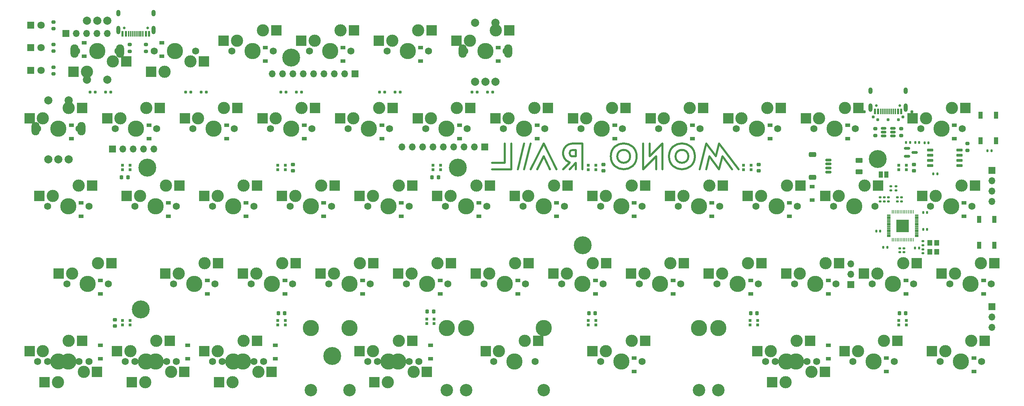
<source format=gbs>
%TF.GenerationSoftware,KiCad,Pcbnew,(6.0.10)*%
%TF.CreationDate,2023-05-22T09:53:43-05:00*%
%TF.ProjectId,Monorail_Steam_Reduced,4d6f6e6f-7261-4696-9c5f-537465616d5f,rev?*%
%TF.SameCoordinates,Original*%
%TF.FileFunction,Soldermask,Bot*%
%TF.FilePolarity,Negative*%
%FSLAX46Y46*%
G04 Gerber Fmt 4.6, Leading zero omitted, Abs format (unit mm)*
G04 Created by KiCad (PCBNEW (6.0.10)) date 2023-05-22 09:53:43*
%MOMM*%
%LPD*%
G01*
G04 APERTURE LIST*
G04 Aperture macros list*
%AMRoundRect*
0 Rectangle with rounded corners*
0 $1 Rounding radius*
0 $2 $3 $4 $5 $6 $7 $8 $9 X,Y pos of 4 corners*
0 Add a 4 corners polygon primitive as box body*
4,1,4,$2,$3,$4,$5,$6,$7,$8,$9,$2,$3,0*
0 Add four circle primitives for the rounded corners*
1,1,$1+$1,$2,$3*
1,1,$1+$1,$4,$5*
1,1,$1+$1,$6,$7*
1,1,$1+$1,$8,$9*
0 Add four rect primitives between the rounded corners*
20,1,$1+$1,$2,$3,$4,$5,0*
20,1,$1+$1,$4,$5,$6,$7,0*
20,1,$1+$1,$6,$7,$8,$9,0*
20,1,$1+$1,$8,$9,$2,$3,0*%
G04 Aperture macros list end*
%ADD10C,0.500000*%
%ADD11C,1.750000*%
%ADD12C,3.987800*%
%ADD13C,3.000000*%
%ADD14R,2.550000X2.500000*%
%ADD15C,0.787400*%
%ADD16C,3.048000*%
%ADD17R,1.700000X1.700000*%
%ADD18O,1.700000X1.700000*%
%ADD19R,1.800000X1.800000*%
%ADD20C,1.800000*%
%ADD21C,4.400000*%
%ADD22C,2.000000*%
%ADD23RoundRect,1.000000X0.000000X-0.650000X0.000000X0.650000X0.000000X0.650000X0.000000X-0.650000X0*%
%ADD24RoundRect,0.250000X0.625000X-0.375000X0.625000X0.375000X-0.625000X0.375000X-0.625000X-0.375000X0*%
%ADD25C,0.650000*%
%ADD26R,0.600000X1.450000*%
%ADD27R,0.300000X1.450000*%
%ADD28O,1.000000X2.100000*%
%ADD29O,1.000000X1.600000*%
%ADD30RoundRect,0.200000X0.275000X-0.200000X0.275000X0.200000X-0.275000X0.200000X-0.275000X-0.200000X0*%
%ADD31RoundRect,0.135000X0.185000X-0.135000X0.185000X0.135000X-0.185000X0.135000X-0.185000X-0.135000X0*%
%ADD32RoundRect,0.150000X0.512500X0.150000X-0.512500X0.150000X-0.512500X-0.150000X0.512500X-0.150000X0*%
%ADD33R,1.200000X0.900000*%
%ADD34RoundRect,0.225000X-0.250000X0.225000X-0.250000X-0.225000X0.250000X-0.225000X0.250000X0.225000X0*%
%ADD35RoundRect,0.135000X-0.135000X-0.185000X0.135000X-0.185000X0.135000X0.185000X-0.135000X0.185000X0*%
%ADD36R,0.700000X0.700000*%
%ADD37RoundRect,0.140000X0.170000X-0.140000X0.170000X0.140000X-0.170000X0.140000X-0.170000X-0.140000X0*%
%ADD38RoundRect,0.225000X0.225000X0.250000X-0.225000X0.250000X-0.225000X-0.250000X0.225000X-0.250000X0*%
%ADD39RoundRect,0.200000X-0.275000X0.200000X-0.275000X-0.200000X0.275000X-0.200000X0.275000X0.200000X0*%
%ADD40RoundRect,0.140000X0.140000X0.170000X-0.140000X0.170000X-0.140000X-0.170000X0.140000X-0.170000X0*%
%ADD41RoundRect,0.140000X-0.140000X-0.170000X0.140000X-0.170000X0.140000X0.170000X-0.140000X0.170000X0*%
%ADD42R,1.000000X1.700000*%
%ADD43RoundRect,0.006000X0.414000X0.094000X-0.414000X0.094000X-0.414000X-0.094000X0.414000X-0.094000X0*%
%ADD44RoundRect,0.020000X0.080000X0.400000X-0.080000X0.400000X-0.080000X-0.400000X0.080000X-0.400000X0*%
%ADD45R,3.100000X3.100000*%
%ADD46RoundRect,0.225000X-0.225000X-0.250000X0.225000X-0.250000X0.225000X0.250000X-0.225000X0.250000X0*%
%ADD47RoundRect,0.225000X0.250000X-0.225000X0.250000X0.225000X-0.250000X0.225000X-0.250000X-0.225000X0*%
%ADD48RoundRect,0.140000X-0.170000X0.140000X-0.170000X-0.140000X0.170000X-0.140000X0.170000X0.140000X0*%
%ADD49RoundRect,0.150000X0.650000X0.150000X-0.650000X0.150000X-0.650000X-0.150000X0.650000X-0.150000X0*%
%ADD50RoundRect,0.150000X0.625000X-0.150000X0.625000X0.150000X-0.625000X0.150000X-0.625000X-0.150000X0*%
%ADD51RoundRect,0.250000X0.650000X-0.350000X0.650000X0.350000X-0.650000X0.350000X-0.650000X-0.350000X0*%
%ADD52RoundRect,1.000000X0.000000X0.650000X0.000000X-0.650000X0.000000X-0.650000X0.000000X0.650000X0*%
%ADD53R,1.000000X1.500000*%
%ADD54RoundRect,0.150000X-0.587500X-0.150000X0.587500X-0.150000X0.587500X0.150000X-0.587500X0.150000X0*%
%ADD55R,1.200000X1.400000*%
%ADD56RoundRect,0.135000X0.135000X0.185000X-0.135000X0.185000X-0.135000X-0.185000X0.135000X-0.185000X0*%
G04 APERTURE END LIST*
D10*
X180784375Y-79775000D02*
G75*
G03*
X180784375Y-79775000I-3175000J0D01*
G01*
X165100000Y-76624184D02*
X167481250Y-76624184D01*
X148431250Y-81386684D02*
X148431250Y-76624184D01*
X145256250Y-81386684D02*
X148431250Y-81386684D01*
X196262500Y-82950000D02*
X197850000Y-76600000D01*
X201025000Y-82950000D02*
X198643750Y-79775000D01*
X187134375Y-76600000D02*
X183959375Y-79775000D01*
X204200000Y-82950000D02*
X201818750Y-79775000D01*
X200231250Y-79775000D02*
X201025000Y-76600000D01*
X151606250Y-82974184D02*
X153193750Y-76624184D01*
X187134375Y-82950000D02*
X187134375Y-76600000D01*
X164306250Y-82974184D02*
X165893750Y-81386684D01*
X150018750Y-82974184D02*
X145256250Y-82974184D01*
X179196875Y-79775000D02*
G75*
G03*
X179196875Y-79775000I-1587500J0D01*
G01*
X165893750Y-82974184D02*
X165893750Y-81386684D01*
X201025000Y-82950000D02*
X201818750Y-79775000D01*
X165893750Y-78211684D02*
X165100000Y-78211684D01*
X182371875Y-82950000D02*
X185546875Y-79775000D01*
X182371875Y-82950000D02*
X182371875Y-76600000D01*
X205787500Y-82950000D02*
X201025000Y-76600000D01*
X197850000Y-82950000D02*
X198643750Y-79775000D01*
X165893750Y-79799184D02*
X165893750Y-78211684D01*
X156368750Y-82974184D02*
X157956250Y-79799184D01*
X185546875Y-79775000D02*
X185546875Y-82950000D01*
X195071875Y-79775000D02*
G75*
G03*
X195071875Y-79775000I-3175000J0D01*
G01*
X157956250Y-79799184D02*
X159543750Y-82974184D01*
X200231250Y-79775000D02*
X197850000Y-76600000D01*
X165100000Y-76624118D02*
G75*
G03*
X164346983Y-81264486I0J-2381282D01*
G01*
X183959375Y-79775000D02*
X183959375Y-76600000D01*
X162718750Y-82974184D02*
X164306250Y-81386684D01*
X153193750Y-82974184D02*
X154781250Y-76624184D01*
X165100000Y-78211616D02*
G75*
G03*
X165100000Y-79799184I0J-793784D01*
G01*
X150018750Y-82974184D02*
X150018750Y-76624184D01*
X193484375Y-79775000D02*
G75*
G03*
X193484375Y-79775000I-1587500J0D01*
G01*
X157956250Y-76624184D02*
X154781250Y-82974184D01*
X165893750Y-79799184D02*
X165100000Y-79799184D01*
X161131250Y-82974184D02*
X157956250Y-76624184D01*
X167481250Y-82974184D02*
X167481250Y-76624184D01*
D11*
%TO.C,MX18*%
X33813750Y-73025000D03*
D12*
X38893750Y-73025000D03*
D13*
X41433750Y-67945000D03*
D11*
X43973750Y-73025000D03*
D13*
X35083750Y-70485000D03*
D14*
X31808750Y-70485000D03*
X44735750Y-67945000D03*
%TD*%
D13*
%TO.C,MX17*%
X60483750Y-67945000D03*
D12*
X57943750Y-73025000D03*
D11*
X63023750Y-73025000D03*
D13*
X54133750Y-70485000D03*
D11*
X52863750Y-73025000D03*
D14*
X50858750Y-70485000D03*
X63785750Y-67945000D03*
%TD*%
D13*
%TO.C,MX16*%
X73183750Y-70485000D03*
D11*
X71913750Y-73025000D03*
D12*
X76993750Y-73025000D03*
D13*
X79533750Y-67945000D03*
D11*
X82073750Y-73025000D03*
D14*
X69908750Y-70485000D03*
X82835750Y-67945000D03*
%TD*%
D11*
%TO.C,MX15*%
X90963750Y-73025000D03*
D12*
X96043750Y-73025000D03*
D13*
X92233750Y-70485000D03*
D11*
X101123750Y-73025000D03*
D13*
X98583750Y-67945000D03*
D14*
X88958750Y-70485000D03*
X101885750Y-67945000D03*
%TD*%
D13*
%TO.C,MX14*%
X117633750Y-67945000D03*
D11*
X110013750Y-73025000D03*
D12*
X115093750Y-73025000D03*
D11*
X120173750Y-73025000D03*
D13*
X111283750Y-70485000D03*
D14*
X108008750Y-70485000D03*
X120935750Y-67945000D03*
%TD*%
D12*
%TO.C,MX13*%
X134143750Y-73025000D03*
D13*
X130333750Y-70485000D03*
D11*
X129063750Y-73025000D03*
D13*
X136683750Y-67945000D03*
D11*
X139223750Y-73025000D03*
D14*
X127058750Y-70485000D03*
X139985750Y-67945000D03*
%TD*%
D11*
%TO.C,MX12*%
X148113750Y-73025000D03*
D12*
X153193750Y-73025000D03*
D13*
X149383750Y-70485000D03*
D11*
X158273750Y-73025000D03*
D13*
X155733750Y-67945000D03*
D14*
X146108750Y-70485000D03*
X159035750Y-67945000D03*
%TD*%
D12*
%TO.C,MX11*%
X172243750Y-73025000D03*
D13*
X168433750Y-70485000D03*
X174783750Y-67945000D03*
D11*
X177323750Y-73025000D03*
X167163750Y-73025000D03*
D14*
X165158750Y-70485000D03*
X178085750Y-67945000D03*
%TD*%
D13*
%TO.C,MX10*%
X187483750Y-70485000D03*
X193833750Y-67945000D03*
D11*
X196373750Y-73025000D03*
X186213750Y-73025000D03*
D12*
X191293750Y-73025000D03*
D14*
X184208750Y-70485000D03*
X197135750Y-67945000D03*
%TD*%
D12*
%TO.C,MX9*%
X210343750Y-73025000D03*
D11*
X205263750Y-73025000D03*
D13*
X206533750Y-70485000D03*
D11*
X215423750Y-73025000D03*
D13*
X212883750Y-67945000D03*
D14*
X203258750Y-70485000D03*
X216185750Y-67945000D03*
%TD*%
D13*
%TO.C,MX8*%
X225583750Y-70485000D03*
X231933750Y-67945000D03*
D12*
X229393750Y-73025000D03*
D11*
X234473750Y-73025000D03*
X224313750Y-73025000D03*
D14*
X222308750Y-70485000D03*
X235235750Y-67945000D03*
%TD*%
D13*
%TO.C,MX7*%
X251777500Y-70485000D03*
X258127500Y-67945000D03*
D11*
X250507500Y-73025000D03*
X260667500Y-73025000D03*
D12*
X255587500Y-73025000D03*
D14*
X248502500Y-70485000D03*
X261429500Y-67945000D03*
%TD*%
D13*
%TO.C,MX30*%
X43815000Y-86995000D03*
D11*
X36195000Y-92075000D03*
D12*
X41275000Y-92075000D03*
D11*
X46355000Y-92075000D03*
D13*
X37465000Y-89535000D03*
D14*
X34190000Y-89535000D03*
X47117000Y-86995000D03*
%TD*%
D12*
%TO.C,MX29*%
X62706250Y-92075000D03*
D13*
X58896250Y-89535000D03*
D11*
X57626250Y-92075000D03*
X67786250Y-92075000D03*
D13*
X65246250Y-86995000D03*
D14*
X55621250Y-89535000D03*
X68548250Y-86995000D03*
%TD*%
D11*
%TO.C,MX28*%
X76676250Y-92075000D03*
D12*
X81756250Y-92075000D03*
D13*
X84296250Y-86995000D03*
X77946250Y-89535000D03*
D11*
X86836250Y-92075000D03*
D14*
X74671250Y-89535000D03*
X87598250Y-86995000D03*
%TD*%
D11*
%TO.C,MX27*%
X95726250Y-92075000D03*
D13*
X103346250Y-86995000D03*
D12*
X100806250Y-92075000D03*
D11*
X105886250Y-92075000D03*
D13*
X96996250Y-89535000D03*
D14*
X93721250Y-89535000D03*
X106648250Y-86995000D03*
%TD*%
D12*
%TO.C,MX26*%
X119856250Y-92075000D03*
D11*
X114776250Y-92075000D03*
X124936250Y-92075000D03*
D13*
X116046250Y-89535000D03*
X122396250Y-86995000D03*
D14*
X112771250Y-89535000D03*
X125698250Y-86995000D03*
%TD*%
D13*
%TO.C,MX25*%
X135096250Y-89535000D03*
X141446250Y-86995000D03*
D11*
X143986250Y-92075000D03*
D12*
X138906250Y-92075000D03*
D11*
X133826250Y-92075000D03*
D14*
X131821250Y-89535000D03*
X144748250Y-86995000D03*
%TD*%
D11*
%TO.C,MX24*%
X163036250Y-92075000D03*
X152876250Y-92075000D03*
D13*
X160496250Y-86995000D03*
D12*
X157956250Y-92075000D03*
D13*
X154146250Y-89535000D03*
D14*
X150871250Y-89535000D03*
X163798250Y-86995000D03*
%TD*%
D13*
%TO.C,MX19*%
X179546250Y-86995000D03*
D11*
X182086250Y-92075000D03*
D12*
X177006250Y-92075000D03*
D11*
X171926250Y-92075000D03*
D13*
X173196250Y-89535000D03*
D14*
X169921250Y-89535000D03*
X182848250Y-86995000D03*
%TD*%
D12*
%TO.C,MX23*%
X196056250Y-92075000D03*
D13*
X198596250Y-86995000D03*
D11*
X201136250Y-92075000D03*
D13*
X192246250Y-89535000D03*
D11*
X190976250Y-92075000D03*
D14*
X188971250Y-89535000D03*
X201898250Y-86995000D03*
%TD*%
D12*
%TO.C,MX22*%
X215106250Y-92075000D03*
D11*
X220186250Y-92075000D03*
D13*
X217646250Y-86995000D03*
D11*
X210026250Y-92075000D03*
D13*
X211296250Y-89535000D03*
D14*
X208021250Y-89535000D03*
X220948250Y-86995000D03*
%TD*%
D13*
%TO.C,MX21*%
X236696250Y-86995000D03*
D11*
X239236250Y-92075000D03*
X229076250Y-92075000D03*
D12*
X234156250Y-92075000D03*
D13*
X230346250Y-89535000D03*
D14*
X227071250Y-89535000D03*
X239998250Y-86995000D03*
%TD*%
D11*
%TO.C,MX20*%
X252888750Y-92075000D03*
D12*
X257968750Y-92075000D03*
D13*
X254158750Y-89535000D03*
D11*
X263048750Y-92075000D03*
D13*
X260508750Y-86995000D03*
D14*
X250883750Y-89535000D03*
X263810750Y-86995000D03*
%TD*%
D11*
%TO.C,MX42*%
X40957500Y-111125000D03*
D13*
X42227500Y-108585000D03*
D12*
X46037500Y-111125000D03*
D13*
X48577500Y-106045000D03*
D11*
X51117500Y-111125000D03*
D14*
X38952500Y-108585000D03*
X51879500Y-106045000D03*
%TD*%
D12*
%TO.C,MX41*%
X72231250Y-111125000D03*
D11*
X77311250Y-111125000D03*
D13*
X74771250Y-106045000D03*
X68421250Y-108585000D03*
D11*
X67151250Y-111125000D03*
D14*
X65146250Y-108585000D03*
X78073250Y-106045000D03*
%TD*%
D11*
%TO.C,MX40*%
X86201250Y-111125000D03*
D13*
X87471250Y-108585000D03*
D11*
X96361250Y-111125000D03*
D13*
X93821250Y-106045000D03*
D12*
X91281250Y-111125000D03*
D14*
X84196250Y-108585000D03*
X97123250Y-106045000D03*
%TD*%
D11*
%TO.C,MX39*%
X115411250Y-111125000D03*
D13*
X106521250Y-108585000D03*
D11*
X105251250Y-111125000D03*
D13*
X112871250Y-106045000D03*
D12*
X110331250Y-111125000D03*
D14*
X103246250Y-108585000D03*
X116173250Y-106045000D03*
%TD*%
D11*
%TO.C,MX38*%
X134461250Y-111125000D03*
X124301250Y-111125000D03*
D12*
X129381250Y-111125000D03*
D13*
X131921250Y-106045000D03*
X125571250Y-108585000D03*
D14*
X122296250Y-108585000D03*
X135223250Y-106045000D03*
%TD*%
D11*
%TO.C,MX37*%
X143351250Y-111125000D03*
D13*
X150971250Y-106045000D03*
X144621250Y-108585000D03*
D12*
X148431250Y-111125000D03*
D11*
X153511250Y-111125000D03*
D14*
X141346250Y-108585000D03*
X154273250Y-106045000D03*
%TD*%
D13*
%TO.C,MX36*%
X163671250Y-108585000D03*
D11*
X162401250Y-111125000D03*
D12*
X167481250Y-111125000D03*
D11*
X172561250Y-111125000D03*
D13*
X170021250Y-106045000D03*
D14*
X160396250Y-108585000D03*
X173323250Y-106045000D03*
%TD*%
D11*
%TO.C,MX35*%
X181451250Y-111125000D03*
X191611250Y-111125000D03*
D13*
X189071250Y-106045000D03*
X182721250Y-108585000D03*
D12*
X186531250Y-111125000D03*
D14*
X179446250Y-108585000D03*
X192373250Y-106045000D03*
%TD*%
D11*
%TO.C,MX34*%
X210661250Y-111125000D03*
D13*
X201771250Y-108585000D03*
X208121250Y-106045000D03*
D12*
X205581250Y-111125000D03*
D11*
X200501250Y-111125000D03*
D14*
X198496250Y-108585000D03*
X211423250Y-106045000D03*
%TD*%
D13*
%TO.C,MX33*%
X227171250Y-106045000D03*
D12*
X224631250Y-111125000D03*
D11*
X229711250Y-111125000D03*
X219551250Y-111125000D03*
D13*
X220821250Y-108585000D03*
D14*
X217546250Y-108585000D03*
X230473250Y-106045000D03*
%TD*%
D11*
%TO.C,MX32*%
X238601250Y-111125000D03*
D12*
X243681250Y-111125000D03*
D11*
X248761250Y-111125000D03*
D13*
X246221250Y-106045000D03*
X239871250Y-108585000D03*
D14*
X236596250Y-108585000D03*
X249523250Y-106045000D03*
%TD*%
D11*
%TO.C,MX31*%
X267811250Y-111125000D03*
D13*
X265271250Y-106045000D03*
X258921250Y-108585000D03*
D12*
X262731250Y-111125000D03*
D11*
X257651250Y-111125000D03*
D14*
X255646250Y-108585000D03*
X268573250Y-106045000D03*
%TD*%
D11*
%TO.C,MX5*%
X72548750Y-53975000D03*
D13*
X71278750Y-56515000D03*
D12*
X67468750Y-53975000D03*
D13*
X64928750Y-59055000D03*
D11*
X62388750Y-53975000D03*
D14*
X74553750Y-56515000D03*
X61626750Y-59055000D03*
%TD*%
D12*
%TO.C,MX4*%
X86518750Y-53975000D03*
D11*
X91598750Y-53975000D03*
X81438750Y-53975000D03*
D13*
X82708750Y-51435000D03*
X89058750Y-48895000D03*
D14*
X79433750Y-51435000D03*
X92360750Y-48895000D03*
%TD*%
D13*
%TO.C,MX3*%
X108108750Y-48895000D03*
D11*
X110648750Y-53975000D03*
X100488750Y-53975000D03*
D13*
X101758750Y-51435000D03*
D12*
X105568750Y-53975000D03*
D14*
X98483750Y-51435000D03*
X111410750Y-48895000D03*
%TD*%
D11*
%TO.C,MX2*%
X129698750Y-53975000D03*
X119538750Y-53975000D03*
D13*
X120808750Y-51435000D03*
D12*
X124618750Y-53975000D03*
D13*
X127158750Y-48895000D03*
D14*
X117533750Y-51435000D03*
X130460750Y-48895000D03*
%TD*%
D11*
%TO.C,MX1*%
X138588750Y-53975000D03*
D12*
X143668750Y-53975000D03*
D13*
X139858750Y-51435000D03*
X146208750Y-48895000D03*
D11*
X148748750Y-53975000D03*
D14*
X136583750Y-51435000D03*
X149510750Y-48895000D03*
%TD*%
D13*
%TO.C,MX44*%
X241458750Y-125095000D03*
D12*
X238918750Y-130175000D03*
D11*
X243998750Y-130175000D03*
D13*
X235108750Y-127635000D03*
D11*
X233838750Y-130175000D03*
D14*
X231833750Y-127635000D03*
X244760750Y-125095000D03*
%TD*%
D15*
%TO.C,REF\u002A\u002A*%
X50482500Y-64039750D03*
X51752500Y-64039750D03*
X47942500Y-64039750D03*
X46672500Y-64039750D03*
%TD*%
D11*
%TO.C,MX55*%
X36195000Y-130175000D03*
X46355000Y-130175000D03*
D13*
X38735000Y-135255000D03*
X45085000Y-132715000D03*
D12*
X41275000Y-130175000D03*
D14*
X48360000Y-132715000D03*
X35433000Y-135255000D03*
%TD*%
D15*
%TO.C,REF\u002A\u002A*%
X98583750Y-64039750D03*
X97313750Y-64039750D03*
X93503750Y-64039750D03*
X94773750Y-64039750D03*
%TD*%
D11*
%TO.C,MX48*%
X145732500Y-130175000D03*
D12*
X100812600Y-121920000D03*
X200812400Y-121920000D03*
D13*
X147002500Y-127635000D03*
X153352500Y-125095000D03*
D11*
X155892500Y-130175000D03*
D16*
X100812600Y-137160000D03*
D12*
X150812500Y-130175000D03*
D16*
X200812400Y-137160000D03*
D14*
X143727500Y-127635000D03*
X156654500Y-125095000D03*
%TD*%
D17*
%TO.C,J3*%
X143512500Y-77437500D03*
D18*
X140972500Y-77437500D03*
X138432500Y-77437500D03*
X135892500Y-77437500D03*
X133352500Y-77437500D03*
X130812500Y-77437500D03*
X128272500Y-77437500D03*
X125732500Y-77437500D03*
X123192500Y-77437500D03*
%TD*%
D15*
%TO.C,REF\u002A\u002A*%
X245030625Y-70786625D03*
X242490625Y-70786625D03*
X239950625Y-70786625D03*
%TD*%
D11*
%TO.C,MX53*%
X67786250Y-130175000D03*
X57626250Y-130175000D03*
D12*
X62706250Y-130175000D03*
D13*
X60166250Y-135255000D03*
X66516250Y-132715000D03*
D14*
X56864250Y-135255000D03*
X69791250Y-132715000D03*
%TD*%
D17*
%TO.C,J2*%
X111680625Y-59531250D03*
D18*
X109140625Y-59531250D03*
X106600625Y-59531250D03*
X104060625Y-59531250D03*
X101520625Y-59531250D03*
X98980625Y-59531250D03*
X96440625Y-59531250D03*
X93900625Y-59531250D03*
X91360625Y-59531250D03*
%TD*%
D17*
%TO.C,J4*%
X52175000Y-78000000D03*
D18*
X54715000Y-78000000D03*
X57255000Y-78000000D03*
X59795000Y-78000000D03*
X62335000Y-78000000D03*
%TD*%
D19*
%TO.C,D3*%
X32099250Y-58642000D03*
D20*
X34639250Y-58642000D03*
%TD*%
D15*
%TO.C,REF\u002A\u002A*%
X141605000Y-64039750D03*
X145415000Y-64039750D03*
X144145000Y-64039750D03*
X140335000Y-64039750D03*
%TD*%
D11*
%TO.C,MX45*%
X224948750Y-130175000D03*
D12*
X219868750Y-130175000D03*
D13*
X223678750Y-132715000D03*
X217328750Y-135255000D03*
D11*
X214788750Y-130175000D03*
D14*
X214026750Y-135255000D03*
X226953750Y-132715000D03*
%TD*%
D21*
%TO.C,*%
X96043750Y-55562500D03*
%TD*%
D13*
%TO.C,MX56*%
X41433750Y-125095000D03*
D11*
X33813750Y-130175000D03*
D12*
X38893750Y-130175000D03*
D11*
X43973750Y-130175000D03*
D13*
X35083750Y-127635000D03*
D14*
X31808750Y-127635000D03*
X44735750Y-125095000D03*
%TD*%
D16*
%TO.C,MX47*%
X196056250Y-137160000D03*
D12*
X157956250Y-121920000D03*
D11*
X182086250Y-130175000D03*
D13*
X179546250Y-125095000D03*
D12*
X177006250Y-130175000D03*
D16*
X157956250Y-137160000D03*
D11*
X171926250Y-130175000D03*
D12*
X196056250Y-121920000D03*
D13*
X173196250Y-127635000D03*
D14*
X169921250Y-127635000D03*
X182848250Y-125095000D03*
%TD*%
D22*
%TO.C,SW1*%
X141168750Y-61475000D03*
X146168750Y-61475000D03*
X143668750Y-61475000D03*
D23*
X138068750Y-53975000D03*
X149268750Y-53975000D03*
D22*
X146168750Y-46975000D03*
X141168750Y-46975000D03*
%TD*%
D15*
%TO.C,REF\u002A\u002A*%
X122793125Y-64039750D03*
X118983125Y-64039750D03*
X117713125Y-64039750D03*
X121523125Y-64039750D03*
%TD*%
D19*
%TO.C,D1*%
X32099250Y-47592000D03*
D20*
X34639250Y-47592000D03*
%TD*%
D13*
%TO.C,MX6*%
X52228750Y-56515000D03*
D11*
X43338750Y-53975000D03*
D12*
X48418750Y-53975000D03*
D11*
X53498750Y-53975000D03*
D13*
X45878750Y-59055000D03*
D14*
X55503750Y-56515000D03*
X42576750Y-59055000D03*
%TD*%
D21*
%TO.C,H1*%
X239953400Y-80424450D03*
X136903400Y-82550450D03*
X167553400Y-101600450D03*
X60703400Y-82550450D03*
X59103400Y-117324450D03*
X106053400Y-128774450D03*
%TD*%
D13*
%TO.C,MX54*%
X62865000Y-125095000D03*
D12*
X60325000Y-130175000D03*
D11*
X65405000Y-130175000D03*
X55245000Y-130175000D03*
D13*
X56515000Y-127635000D03*
D14*
X66167000Y-125095000D03*
X53240000Y-127635000D03*
%TD*%
D15*
%TO.C,REF\u002A\u002A*%
X246135466Y-70140262D03*
X248335170Y-68870262D03*
%TD*%
D13*
%TO.C,MX46*%
X213677500Y-127635000D03*
D11*
X212407500Y-130175000D03*
D12*
X217487500Y-130175000D03*
D11*
X222567500Y-130175000D03*
D13*
X220027500Y-125095000D03*
D14*
X223329500Y-125095000D03*
X210402500Y-127635000D03*
%TD*%
D11*
%TO.C,MX51*%
X79057500Y-130175000D03*
D12*
X84137500Y-130175000D03*
D13*
X87947500Y-132715000D03*
X81597500Y-135255000D03*
D11*
X89217500Y-130175000D03*
D14*
X91222500Y-132715000D03*
X78295500Y-135255000D03*
%TD*%
D15*
%TO.C,REF\u002A\u002A*%
X70088125Y-64039750D03*
X75168125Y-64039750D03*
X71358125Y-64039750D03*
X73898125Y-64039750D03*
%TD*%
D12*
%TO.C,MX43*%
X260350000Y-130175000D03*
D13*
X256540000Y-127635000D03*
D11*
X265430000Y-130175000D03*
D13*
X262890000Y-125095000D03*
D11*
X255270000Y-130175000D03*
D14*
X253265000Y-127635000D03*
X266192000Y-125095000D03*
%TD*%
D16*
%TO.C,MX50*%
X138906250Y-137160000D03*
D12*
X100806250Y-121920000D03*
D11*
X124936250Y-130175000D03*
D13*
X122396250Y-125095000D03*
D11*
X114776250Y-130175000D03*
D13*
X116046250Y-127635000D03*
D16*
X100806250Y-137160000D03*
D12*
X138906250Y-121920000D03*
X119856250Y-130175000D03*
D14*
X112771250Y-127635000D03*
X125698250Y-125095000D03*
%TD*%
D19*
%TO.C,D2*%
X32099250Y-53117000D03*
D20*
X34639250Y-53117000D03*
%TD*%
D15*
%TO.C,REF\u002A\u002A*%
X236655560Y-68861242D03*
X238855264Y-70131242D03*
%TD*%
D17*
%TO.C,J1*%
X40737500Y-49587500D03*
D18*
X43277500Y-49587500D03*
X45817500Y-49587500D03*
X48357500Y-49587500D03*
X50897500Y-49587500D03*
%TD*%
D13*
%TO.C,MX49*%
X126047500Y-132715000D03*
X119697500Y-135255000D03*
D16*
X134175500Y-137160000D03*
D12*
X134175500Y-121920000D03*
D16*
X110299500Y-137160000D03*
D11*
X127317500Y-130175000D03*
D12*
X122237500Y-130175000D03*
D11*
X117157500Y-130175000D03*
D12*
X110299500Y-121920000D03*
D14*
X129322500Y-132715000D03*
X116395500Y-135255000D03*
%TD*%
D13*
%TO.C,MX52*%
X84296250Y-125095000D03*
X77946250Y-127635000D03*
D11*
X76676250Y-130175000D03*
D12*
X81756250Y-130175000D03*
D11*
X86836250Y-130175000D03*
D14*
X74671250Y-127635000D03*
X87598250Y-125095000D03*
%TD*%
D24*
%TO.C,F1*%
X235347928Y-83571835D03*
X235347928Y-80771835D03*
%TD*%
D25*
%TO.C,J6*%
X245380625Y-67290625D03*
X239600625Y-67290625D03*
D26*
X239240625Y-68735625D03*
X240040625Y-68735625D03*
D27*
X241240625Y-68735625D03*
X242240625Y-68735625D03*
X242740625Y-68735625D03*
X243740625Y-68735625D03*
D26*
X244940625Y-68735625D03*
X245740625Y-68735625D03*
X245740625Y-68735625D03*
X244940625Y-68735625D03*
D27*
X244240625Y-68735625D03*
X243240625Y-68735625D03*
X241740625Y-68735625D03*
X240740625Y-68735625D03*
D26*
X240040625Y-68735625D03*
X239240625Y-68735625D03*
D28*
X246810625Y-67820625D03*
D29*
X238170625Y-63640625D03*
D28*
X238170625Y-67820625D03*
D29*
X246810625Y-63640625D03*
%TD*%
D30*
%TO.C,R4*%
X60325000Y-54006250D03*
X60325000Y-52356250D03*
%TD*%
%TO.C,R7*%
X245665625Y-74643750D03*
X245665625Y-72993750D03*
%TD*%
%TO.C,R6*%
X239315625Y-74643750D03*
X239315625Y-72993750D03*
%TD*%
%TO.C,R3*%
X56356250Y-54006250D03*
X56356250Y-52356250D03*
%TD*%
D31*
%TO.C,R10*%
X243125625Y-88147500D03*
X243125625Y-87127500D03*
%TD*%
D32*
%TO.C,U1*%
X243628125Y-72868750D03*
X243628125Y-73818750D03*
X243628125Y-74768750D03*
X241353125Y-74768750D03*
X241353125Y-73818750D03*
X241353125Y-72868750D03*
%TD*%
D33*
%TO.C,D42*%
X94456250Y-113568750D03*
X94456250Y-110268750D03*
%TD*%
D34*
%TO.C,C28*%
X52784375Y-119875000D03*
X52784375Y-121425000D03*
%TD*%
D33*
%TO.C,D12*%
X80168750Y-75468750D03*
X80168750Y-72168750D03*
%TD*%
D17*
%TO.C,SWD1*%
X233362500Y-111268750D03*
D18*
X233362500Y-108728750D03*
X233362500Y-106188750D03*
%TD*%
D33*
%TO.C,D37*%
X199231250Y-94518750D03*
X199231250Y-91218750D03*
%TD*%
%TO.C,D11*%
X61118750Y-75468750D03*
X61118750Y-72168750D03*
%TD*%
%TO.C,D38*%
X218281250Y-94518750D03*
X218281250Y-91218750D03*
%TD*%
%TO.C,D17*%
X175418750Y-75468750D03*
X175418750Y-72168750D03*
%TD*%
D35*
%TO.C,R9*%
X266836250Y-78393751D03*
X267856250Y-78393751D03*
%TD*%
D33*
%TO.C,D21*%
X258762500Y-75468750D03*
X258762500Y-72168750D03*
%TD*%
D36*
%TO.C,D54*%
X92747500Y-120100000D03*
X94577500Y-120100000D03*
X94577500Y-121200000D03*
X92747500Y-121200000D03*
%TD*%
%TO.C,D25*%
X170777500Y-83100000D03*
X168947500Y-83100000D03*
X168947500Y-82000000D03*
X170777500Y-82000000D03*
%TD*%
D37*
%TO.C,C22*%
X251064013Y-103552401D03*
X251064013Y-102592401D03*
%TD*%
%TO.C,C15*%
X245808750Y-90830023D03*
X245808750Y-89870023D03*
%TD*%
D17*
%TO.C,J9*%
X267962500Y-116712500D03*
D18*
X267962500Y-119252500D03*
X267962500Y-121792500D03*
%TD*%
D38*
%TO.C,C10*%
X132140625Y-84931250D03*
X130590625Y-84931250D03*
%TD*%
D39*
%TO.C,R8*%
X261976292Y-76648118D03*
X261976292Y-78298118D03*
%TD*%
D40*
%TO.C,C3*%
X252409280Y-76490476D03*
X251449280Y-76490476D03*
%TD*%
D39*
%TO.C,R5*%
X37703125Y-57912500D03*
X37703125Y-59562500D03*
%TD*%
D41*
%TO.C,C16*%
X251122014Y-93542939D03*
X252082014Y-93542939D03*
%TD*%
D33*
%TO.C,D16*%
X156368750Y-75468750D03*
X156368750Y-72168750D03*
%TD*%
D41*
%TO.C,C1*%
X246919787Y-76333887D03*
X247879787Y-76333887D03*
%TD*%
D25*
%TO.C,J5*%
X60770250Y-48240625D03*
X54990250Y-48240625D03*
D26*
X54630250Y-49685625D03*
X55430250Y-49685625D03*
D27*
X56630250Y-49685625D03*
X57630250Y-49685625D03*
X58130250Y-49685625D03*
X59130250Y-49685625D03*
D26*
X60330250Y-49685625D03*
X61130250Y-49685625D03*
X61130250Y-49685625D03*
X60330250Y-49685625D03*
D27*
X59630250Y-49685625D03*
X58630250Y-49685625D03*
X57130250Y-49685625D03*
X56130250Y-49685625D03*
D26*
X55430250Y-49685625D03*
X54630250Y-49685625D03*
D29*
X53560250Y-44590625D03*
D28*
X62200250Y-48770625D03*
D29*
X62200250Y-44590625D03*
D28*
X53560250Y-48770625D03*
%TD*%
D33*
%TO.C,D19*%
X213518750Y-75468750D03*
X213518750Y-72168750D03*
%TD*%
%TO.C,D6*%
X89693750Y-56418750D03*
X89693750Y-53118750D03*
%TD*%
%TO.C,D64*%
X242093750Y-132618750D03*
X242093750Y-129318750D03*
%TD*%
D37*
%TO.C,C13*%
X242567100Y-90830023D03*
X242567100Y-89870023D03*
%TD*%
D42*
%TO.C,SWR2*%
X268600000Y-95275000D03*
X268600000Y-101575000D03*
X264800000Y-101575000D03*
X264800000Y-95275000D03*
%TD*%
D33*
%TO.C,D43*%
X113506250Y-113568750D03*
X113506250Y-110268750D03*
%TD*%
%TO.C,D59*%
X70643750Y-129443750D03*
X70643750Y-126143750D03*
%TD*%
D35*
%TO.C,R12*%
X241331994Y-102074696D03*
X242351994Y-102074696D03*
%TD*%
D36*
%TO.C,D23*%
X94577500Y-83100000D03*
X92747500Y-83100000D03*
X92747500Y-82000000D03*
X94577500Y-82000000D03*
%TD*%
%TO.C,D53*%
X54647500Y-120100000D03*
X56477500Y-120100000D03*
X56477500Y-121200000D03*
X54647500Y-121200000D03*
%TD*%
D38*
%TO.C,C9*%
X55940625Y-84931250D03*
X54390625Y-84931250D03*
%TD*%
D33*
%TO.C,D10*%
X42068750Y-75468750D03*
X42068750Y-72168750D03*
%TD*%
D43*
%TO.C,U4*%
X249497500Y-94237500D03*
X249497500Y-94637500D03*
X249497500Y-95037500D03*
X249497500Y-95437500D03*
X249497500Y-95837500D03*
X249497500Y-96237500D03*
X249497500Y-96637500D03*
X249497500Y-97037500D03*
X249497500Y-97437500D03*
X249497500Y-97837500D03*
X249497500Y-98237500D03*
X249497500Y-98637500D03*
X249497500Y-99037500D03*
X249497500Y-99437500D03*
D44*
X248662500Y-100272500D03*
X248262500Y-100272500D03*
X247862500Y-100272500D03*
X247462500Y-100272500D03*
X247062500Y-100272500D03*
X246662500Y-100272500D03*
X246262500Y-100272500D03*
X245862500Y-100272500D03*
X245462500Y-100272500D03*
X245062500Y-100272500D03*
X244662500Y-100272500D03*
X244262500Y-100272500D03*
X243862500Y-100272500D03*
X243462500Y-100272500D03*
D43*
X242627500Y-99437500D03*
X242627500Y-99037500D03*
X242627500Y-98637500D03*
X242627500Y-98237500D03*
X242627500Y-97837500D03*
X242627500Y-97437500D03*
X242627500Y-97037500D03*
X242627500Y-96637500D03*
X242627500Y-96237500D03*
X242627500Y-95837500D03*
X242627500Y-95437500D03*
X242627500Y-95037500D03*
X242627500Y-94637500D03*
X242627500Y-94237500D03*
D44*
X243462500Y-93402500D03*
X243862500Y-93402500D03*
X244262500Y-93402500D03*
X244662500Y-93402500D03*
X245062500Y-93402500D03*
X245462500Y-93402500D03*
X245862500Y-93402500D03*
X246262500Y-93402500D03*
X246662500Y-93402500D03*
X247062500Y-93402500D03*
X247462500Y-93402500D03*
X247862500Y-93402500D03*
X248262500Y-93402500D03*
X248662500Y-93402500D03*
D45*
X246062500Y-96837500D03*
%TD*%
D41*
%TO.C,C2*%
X249163134Y-76410261D03*
X250123134Y-76410261D03*
%TD*%
D33*
%TO.C,D32*%
X103981250Y-94518750D03*
X103981250Y-91218750D03*
%TD*%
D46*
%TO.C,C24*%
X92887500Y-118268750D03*
X94437500Y-118268750D03*
%TD*%
D33*
%TO.C,D9*%
X146843750Y-56418750D03*
X146843750Y-53118750D03*
%TD*%
D37*
%TO.C,C12*%
X241567100Y-90830023D03*
X241567100Y-89870023D03*
%TD*%
D33*
%TO.C,D14*%
X118268750Y-75468750D03*
X118268750Y-72168750D03*
%TD*%
%TO.C,D63*%
X180181250Y-132618750D03*
X180181250Y-129318750D03*
%TD*%
D47*
%TO.C,C4*%
X96440625Y-83325000D03*
X96440625Y-81775000D03*
%TD*%
D33*
%TO.C,D50*%
X246856250Y-113568750D03*
X246856250Y-110268750D03*
%TD*%
%TO.C,D60*%
X92075000Y-129443750D03*
X92075000Y-126143750D03*
%TD*%
%TO.C,D65*%
X263525000Y-132618750D03*
X263525000Y-129318750D03*
%TD*%
D17*
%TO.C,J8*%
X267962500Y-83237500D03*
D18*
X267962500Y-85777500D03*
X267962500Y-88317500D03*
X267962500Y-90857500D03*
%TD*%
D33*
%TO.C,D15*%
X137318750Y-75468750D03*
X137318750Y-72168750D03*
%TD*%
%TO.C,D20*%
X232568750Y-75468750D03*
X232568750Y-72168750D03*
%TD*%
D40*
%TO.C,C18*%
X240568286Y-98137203D03*
X239608286Y-98137203D03*
%TD*%
D36*
%TO.C,D27*%
X246977500Y-83100000D03*
X245147500Y-83100000D03*
X245147500Y-82000000D03*
X246977500Y-82000000D03*
%TD*%
D47*
%TO.C,C6*%
X210740625Y-83325000D03*
X210740625Y-81775000D03*
%TD*%
D33*
%TO.C,D34*%
X142081250Y-94518750D03*
X142081250Y-91218750D03*
%TD*%
D46*
%TO.C,C27*%
X245287500Y-118268750D03*
X246837500Y-118268750D03*
%TD*%
D33*
%TO.C,D61*%
X130175000Y-129443750D03*
X130175000Y-126143750D03*
%TD*%
D36*
%TO.C,D57*%
X245147500Y-120100000D03*
X246977500Y-120100000D03*
X246977500Y-121200000D03*
X245147500Y-121200000D03*
%TD*%
D33*
%TO.C,D45*%
X151606250Y-113568750D03*
X151606250Y-110268750D03*
%TD*%
%TO.C,D39*%
X261143750Y-94518750D03*
X261143750Y-91218750D03*
%TD*%
D46*
%TO.C,C26*%
X208775000Y-118268750D03*
X210325000Y-118268750D03*
%TD*%
D33*
%TO.C,D47*%
X189706250Y-113568750D03*
X189706250Y-110268750D03*
%TD*%
D48*
%TO.C,C21*%
X246400000Y-102357500D03*
X246400000Y-103317500D03*
%TD*%
D46*
%TO.C,C25*%
X169087500Y-118268750D03*
X170637500Y-118268750D03*
%TD*%
D37*
%TO.C,C14*%
X244808750Y-90830023D03*
X244808750Y-89870023D03*
%TD*%
D36*
%TO.C,D52*%
X129260000Y-119703125D03*
X131090000Y-119703125D03*
X131090000Y-120803125D03*
X129260000Y-120803125D03*
%TD*%
D33*
%TO.C,D40*%
X49212500Y-113568750D03*
X49212500Y-110268750D03*
%TD*%
%TO.C,D48*%
X208756250Y-113568750D03*
X208756250Y-110268750D03*
%TD*%
D39*
%TO.C,R1*%
X37703125Y-46800000D03*
X37703125Y-48450000D03*
%TD*%
D33*
%TO.C,D13*%
X99218750Y-75468750D03*
X99218750Y-72168750D03*
%TD*%
D42*
%TO.C,SWR1*%
X265162500Y-69687500D03*
X265162500Y-75987500D03*
X268962500Y-75987500D03*
X268962500Y-69687500D03*
%TD*%
D49*
%TO.C,U3*%
X259981250Y-78263750D03*
X259981250Y-79533750D03*
X259981250Y-80803750D03*
X259981250Y-82073750D03*
X252781250Y-82073750D03*
X252781250Y-80803750D03*
X252781250Y-79533750D03*
X252781250Y-78263750D03*
%TD*%
D36*
%TO.C,D24*%
X132677500Y-83100000D03*
X130847500Y-83100000D03*
X130847500Y-82000000D03*
X132677500Y-82000000D03*
%TD*%
D33*
%TO.C,D30*%
X65881250Y-94518750D03*
X65881250Y-91218750D03*
%TD*%
%TO.C,D4*%
X45243750Y-51928125D03*
X45243750Y-55228125D03*
%TD*%
%TO.C,D36*%
X180181250Y-94518750D03*
X180181250Y-91218750D03*
%TD*%
D31*
%TO.C,R11*%
X244462500Y-88147500D03*
X244462500Y-87127500D03*
%TD*%
D39*
%TO.C,R2*%
X37703125Y-52292000D03*
X37703125Y-53942000D03*
%TD*%
D33*
%TO.C,D7*%
X108743750Y-56418750D03*
X108743750Y-53118750D03*
%TD*%
%TO.C,D18*%
X194468750Y-75468750D03*
X194468750Y-72168750D03*
%TD*%
%TO.C,D5*%
X64293750Y-51928125D03*
X64293750Y-55228125D03*
%TD*%
D37*
%TO.C,C11*%
X240506250Y-90830023D03*
X240506250Y-89870023D03*
%TD*%
D33*
%TO.C,D33*%
X123031250Y-94518750D03*
X123031250Y-91218750D03*
%TD*%
%TO.C,D49*%
X227806250Y-113568750D03*
X227806250Y-110268750D03*
%TD*%
D36*
%TO.C,D22*%
X56477500Y-83100000D03*
X54647500Y-83100000D03*
X54647500Y-82000000D03*
X56477500Y-82000000D03*
%TD*%
%TO.C,D26*%
X208877500Y-83100000D03*
X207047500Y-83100000D03*
X207047500Y-82000000D03*
X208877500Y-82000000D03*
%TD*%
D50*
%TO.C,J7*%
X227821875Y-83653125D03*
X227821875Y-82653125D03*
X227821875Y-81653125D03*
X227821875Y-80653125D03*
D51*
X223946875Y-79353125D03*
X223946875Y-84953125D03*
%TD*%
D46*
%TO.C,C23*%
X129400000Y-117871875D03*
X130950000Y-117871875D03*
%TD*%
D33*
%TO.C,D31*%
X84931250Y-94518750D03*
X84931250Y-91218750D03*
%TD*%
%TO.C,D62*%
X227806250Y-129443750D03*
X227806250Y-126143750D03*
%TD*%
%TO.C,D58*%
X49212500Y-129443750D03*
X49212500Y-126143750D03*
%TD*%
D22*
%TO.C,SW2*%
X45918750Y-46475000D03*
X50918750Y-46475000D03*
X48418750Y-46475000D03*
D52*
X54018750Y-53975000D03*
X42818750Y-53975000D03*
D22*
X50918750Y-60975000D03*
X45918750Y-60975000D03*
%TD*%
D48*
%TO.C,C20*%
X245400000Y-102357500D03*
X245400000Y-103317500D03*
%TD*%
D33*
%TO.C,D35*%
X161131250Y-94518750D03*
X161131250Y-91218750D03*
%TD*%
D22*
%TO.C,SW3*%
X41393750Y-80525000D03*
X36393750Y-80525000D03*
X38893750Y-80525000D03*
D23*
X33293750Y-73025000D03*
X44493750Y-73025000D03*
D22*
X36393750Y-66025000D03*
X41393750Y-66025000D03*
%TD*%
D33*
%TO.C,D29*%
X44450000Y-94518750D03*
X44450000Y-91218750D03*
%TD*%
%TO.C,D28*%
X223837500Y-90550000D03*
X223837500Y-87250000D03*
%TD*%
D53*
%TO.C,JP1*%
X240732405Y-84217334D03*
X242032405Y-84217334D03*
%TD*%
D54*
%TO.C,U2*%
X247139171Y-79751119D03*
X247139171Y-77851119D03*
X249014171Y-78801119D03*
%TD*%
D33*
%TO.C,D41*%
X75406250Y-113568750D03*
X75406250Y-110268750D03*
%TD*%
%TO.C,D44*%
X132556250Y-113568750D03*
X132556250Y-110268750D03*
%TD*%
%TO.C,D8*%
X127793750Y-56418750D03*
X127793750Y-53118750D03*
%TD*%
D47*
%TO.C,C5*%
X172640625Y-83325000D03*
X172640625Y-81775000D03*
%TD*%
D55*
%TO.C,Y1*%
X252714013Y-103172401D03*
X252714013Y-100972401D03*
X254414013Y-100972401D03*
X254414013Y-103172401D03*
%TD*%
D33*
%TO.C,D46*%
X170656250Y-113568750D03*
X170656250Y-110268750D03*
%TD*%
D40*
%TO.C,C8*%
X254573695Y-84078765D03*
X253613695Y-84078765D03*
%TD*%
D33*
%TO.C,D51*%
X265906250Y-113568750D03*
X265906250Y-110268750D03*
%TD*%
D36*
%TO.C,D55*%
X168947500Y-120100000D03*
X170777500Y-120100000D03*
X170777500Y-121200000D03*
X168947500Y-121200000D03*
%TD*%
%TO.C,D56*%
X208635000Y-120100000D03*
X210465000Y-120100000D03*
X210465000Y-121200000D03*
X208635000Y-121200000D03*
%TD*%
D41*
%TO.C,C17*%
X251082500Y-97737500D03*
X252042500Y-97737500D03*
%TD*%
D47*
%TO.C,C7*%
X248840625Y-83325000D03*
X248840625Y-81775000D03*
%TD*%
D37*
%TO.C,C19*%
X251064013Y-101572401D03*
X251064013Y-100612401D03*
%TD*%
D56*
%TO.C,R13*%
X250074013Y-102237500D03*
X249054013Y-102237500D03*
%TD*%
M02*

</source>
